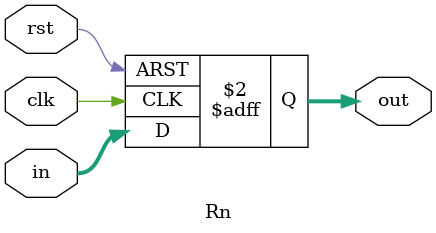
<source format=v>
`timescale 1ns / 1ps


module Rn
#(parameter WIDTH = 32)
(clk,rst,in,out);
input clk,rst;
input [WIDTH-1:0] in;
output reg [WIDTH-1:0] out;

always @ (posedge clk or posedge rst)
if(rst) out<=0;
else out<=in;

endmodule

</source>
